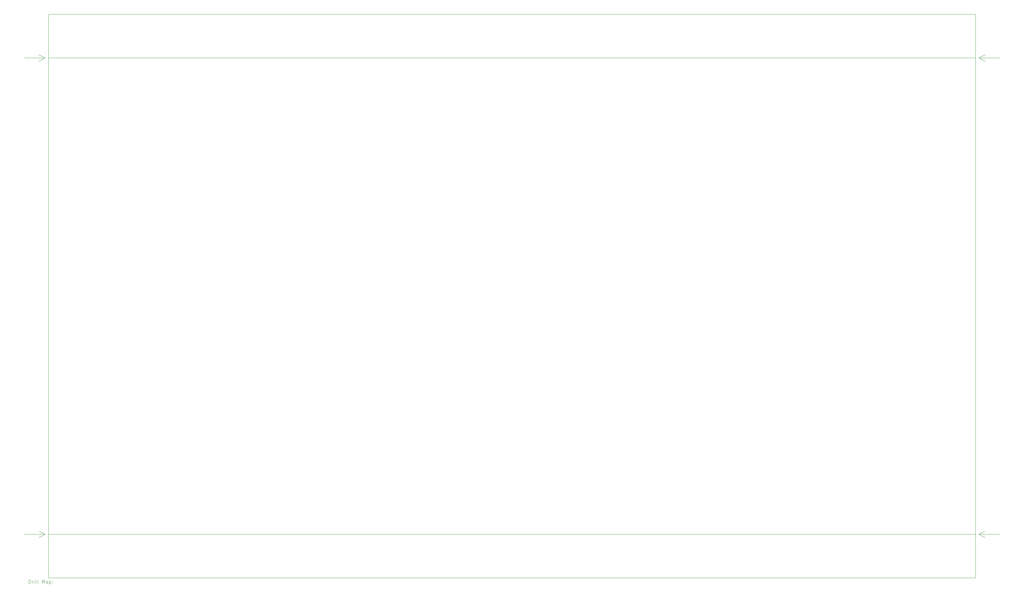
<source format=gbr>
%TF.GenerationSoftware,KiCad,Pcbnew,8.0.6-unknown-202411051418~a3eff548b7~ubuntu20.04.1*%
%TF.CreationDate,2024-11-07T21:27:02-05:00*%
%TF.ProjectId,ARX,4152582e-6b69-4636-9164-5f7063625858,Revision I*%
%TF.SameCoordinates,Original*%
%TF.FileFunction,Drillmap*%
%TF.FilePolarity,Positive*%
%FSLAX45Y45*%
G04 Gerber Fmt 4.5, Leading zero omitted, Abs format (unit mm)*
G04 Created by KiCad (PCBNEW 8.0.6-unknown-202411051418~a3eff548b7~ubuntu20.04.1) date 2024-11-07 21:27:02*
%MOMM*%
%LPD*%
G01*
G04 APERTURE LIST*
%ADD10C,0.150000*%
%ADD11C,0.200000*%
G04 APERTURE END LIST*
D10*
X16085601Y-13053621D02*
X15704601Y-12863121D01*
X16276101Y-13053621D02*
X70251101Y-13053621D01*
X70441601Y-13053621D02*
X71648101Y-13053621D01*
X16276101Y-40815821D02*
X70251101Y-40815821D01*
X70441601Y-40815821D02*
X70822601Y-40625321D01*
X16085601Y-40815821D02*
X15704601Y-40625321D01*
X16085601Y-40815821D02*
X15704601Y-41006321D01*
X70441601Y-40815821D02*
X70822601Y-41006321D01*
X16276101Y-10513621D02*
X70251101Y-10513621D01*
X70251101Y-10513621D02*
X70251101Y-43355821D01*
X70441601Y-40815821D02*
X71648101Y-40815821D01*
X16085601Y-40815821D02*
X14879101Y-40815821D01*
X70441601Y-13053621D02*
X70822601Y-12863121D01*
X70441601Y-13053621D02*
X70822601Y-13244121D01*
X70251101Y-43355821D02*
X16276101Y-43355821D01*
X16085601Y-13053621D02*
X15704601Y-13244121D01*
X16276101Y-43355821D02*
X16276101Y-10513621D01*
X16085601Y-13053621D02*
X14879101Y-13053621D01*
D11*
X15132378Y-43674805D02*
X15132378Y-43474805D01*
X15132378Y-43474805D02*
X15179997Y-43474805D01*
X15179997Y-43474805D02*
X15208568Y-43484328D01*
X15208568Y-43484328D02*
X15227616Y-43503376D01*
X15227616Y-43503376D02*
X15237140Y-43522424D01*
X15237140Y-43522424D02*
X15246664Y-43560519D01*
X15246664Y-43560519D02*
X15246664Y-43589090D01*
X15246664Y-43589090D02*
X15237140Y-43627186D01*
X15237140Y-43627186D02*
X15227616Y-43646233D01*
X15227616Y-43646233D02*
X15208568Y-43665281D01*
X15208568Y-43665281D02*
X15179997Y-43674805D01*
X15179997Y-43674805D02*
X15132378Y-43674805D01*
X15332378Y-43674805D02*
X15332378Y-43541471D01*
X15332378Y-43579567D02*
X15341902Y-43560519D01*
X15341902Y-43560519D02*
X15351426Y-43550995D01*
X15351426Y-43550995D02*
X15370473Y-43541471D01*
X15370473Y-43541471D02*
X15389521Y-43541471D01*
X15456187Y-43674805D02*
X15456187Y-43541471D01*
X15456187Y-43474805D02*
X15446664Y-43484328D01*
X15446664Y-43484328D02*
X15456187Y-43493852D01*
X15456187Y-43493852D02*
X15465711Y-43484328D01*
X15465711Y-43484328D02*
X15456187Y-43474805D01*
X15456187Y-43474805D02*
X15456187Y-43493852D01*
X15579997Y-43674805D02*
X15560949Y-43665281D01*
X15560949Y-43665281D02*
X15551426Y-43646233D01*
X15551426Y-43646233D02*
X15551426Y-43474805D01*
X15684759Y-43674805D02*
X15665711Y-43665281D01*
X15665711Y-43665281D02*
X15656187Y-43646233D01*
X15656187Y-43646233D02*
X15656187Y-43474805D01*
X15913330Y-43674805D02*
X15913330Y-43474805D01*
X15913330Y-43474805D02*
X15979997Y-43617662D01*
X15979997Y-43617662D02*
X16046664Y-43474805D01*
X16046664Y-43474805D02*
X16046664Y-43674805D01*
X16227616Y-43674805D02*
X16227616Y-43570043D01*
X16227616Y-43570043D02*
X16218092Y-43550995D01*
X16218092Y-43550995D02*
X16199045Y-43541471D01*
X16199045Y-43541471D02*
X16160949Y-43541471D01*
X16160949Y-43541471D02*
X16141902Y-43550995D01*
X16227616Y-43665281D02*
X16208568Y-43674805D01*
X16208568Y-43674805D02*
X16160949Y-43674805D01*
X16160949Y-43674805D02*
X16141902Y-43665281D01*
X16141902Y-43665281D02*
X16132378Y-43646233D01*
X16132378Y-43646233D02*
X16132378Y-43627186D01*
X16132378Y-43627186D02*
X16141902Y-43608138D01*
X16141902Y-43608138D02*
X16160949Y-43598614D01*
X16160949Y-43598614D02*
X16208568Y-43598614D01*
X16208568Y-43598614D02*
X16227616Y-43589090D01*
X16322854Y-43541471D02*
X16322854Y-43741471D01*
X16322854Y-43550995D02*
X16341902Y-43541471D01*
X16341902Y-43541471D02*
X16379997Y-43541471D01*
X16379997Y-43541471D02*
X16399045Y-43550995D01*
X16399045Y-43550995D02*
X16408568Y-43560519D01*
X16408568Y-43560519D02*
X16418092Y-43579567D01*
X16418092Y-43579567D02*
X16418092Y-43636709D01*
X16418092Y-43636709D02*
X16408568Y-43655757D01*
X16408568Y-43655757D02*
X16399045Y-43665281D01*
X16399045Y-43665281D02*
X16379997Y-43674805D01*
X16379997Y-43674805D02*
X16341902Y-43674805D01*
X16341902Y-43674805D02*
X16322854Y-43665281D01*
X16503807Y-43655757D02*
X16513330Y-43665281D01*
X16513330Y-43665281D02*
X16503807Y-43674805D01*
X16503807Y-43674805D02*
X16494283Y-43665281D01*
X16494283Y-43665281D02*
X16503807Y-43655757D01*
X16503807Y-43655757D02*
X16503807Y-43674805D01*
X16503807Y-43550995D02*
X16513330Y-43560519D01*
X16513330Y-43560519D02*
X16503807Y-43570043D01*
X16503807Y-43570043D02*
X16494283Y-43560519D01*
X16494283Y-43560519D02*
X16503807Y-43550995D01*
X16503807Y-43550995D02*
X16503807Y-43570043D01*
M02*

</source>
